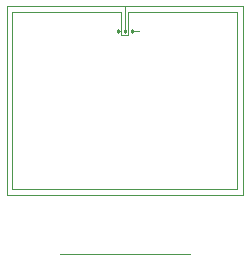
<source format=gbr>
G04 start of page 9 for group 7 idx 7
G04 Title: (unknown), Detector *
G04 Creator: pcb-bin 20060822 *
G04 CreationDate: Thu Oct 12 19:46:54 2006 UTC *
G04 For: stephan *
G04 Format: Gerber/RS-274X *
G04 PCB-Dimensions: 137795 118110 *
G04 PCB-Coordinate-Origin: lower left *
%MOIN*%
%FSLAX24Y24*%
%LNGROUP7*%
%ADD11C,0.0039*%
%ADD12C,0.0098*%
G54D11*X7992Y10728D02*Y9960D01*
X7874Y10098D02*Y10925D01*
G54D12*Y10078D02*Y10118D01*
G54D11*X7755Y10728D02*Y9960D01*
X7992D02*X7755D01*
G54D12*X7637Y10078D02*Y10118D01*
G54D11*X4133Y4822D02*Y10728D01*
X8110Y10098D02*X8346D01*
X4133Y4822D02*X11614D01*
X7637Y10098D02*X7755D01*
X3937Y10925D02*Y4626D01*
X7992Y10728D02*X11614D01*
X7755D02*X4133D01*
X3937Y10925D02*X11811D01*
X5708Y2657D02*X10039D01*
X11811Y10925D02*Y4626D01*
X11614Y10728D02*Y4822D01*
G54D12*X8110Y10078D02*Y10118D01*
G54D11*X11811Y4626D02*X3937D01*
M02*

</source>
